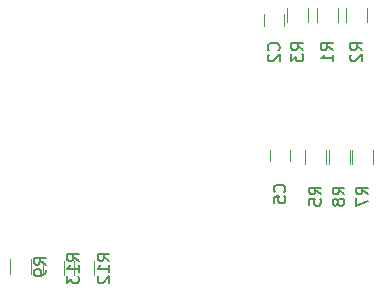
<source format=gbr>
G04 #@! TF.FileFunction,Legend,Bot*
%FSLAX46Y46*%
G04 Gerber Fmt 4.6, Leading zero omitted, Abs format (unit mm)*
G04 Created by KiCad (PCBNEW 4.0.7) date 11/28/17 11:27:44*
%MOMM*%
%LPD*%
G01*
G04 APERTURE LIST*
%ADD10C,0.100000*%
%ADD11C,0.120000*%
%ADD12C,0.150000*%
G04 APERTURE END LIST*
D10*
D11*
X124650000Y-74250000D02*
X124650000Y-73250000D01*
X126350000Y-73250000D02*
X126350000Y-74250000D01*
X125150000Y-85750000D02*
X125150000Y-84750000D01*
X126850000Y-84750000D02*
X126850000Y-85750000D01*
X129120000Y-72750000D02*
X129120000Y-73950000D01*
X130880000Y-73950000D02*
X130880000Y-72750000D01*
X133380000Y-73950000D02*
X133380000Y-72750000D01*
X131620000Y-72750000D02*
X131620000Y-73950000D01*
X128380000Y-73950000D02*
X128380000Y-72750000D01*
X126620000Y-72750000D02*
X126620000Y-73950000D01*
X129880000Y-85950000D02*
X129880000Y-84750000D01*
X128120000Y-84750000D02*
X128120000Y-85950000D01*
X133880000Y-85950000D02*
X133880000Y-84750000D01*
X132120000Y-84750000D02*
X132120000Y-85950000D01*
X130120000Y-84750000D02*
X130120000Y-85950000D01*
X131880000Y-85950000D02*
X131880000Y-84750000D01*
X103120000Y-94050000D02*
X103120000Y-95250000D01*
X104880000Y-95250000D02*
X104880000Y-94050000D01*
X108520000Y-94200000D02*
X108520000Y-95400000D01*
X110280000Y-95400000D02*
X110280000Y-94200000D01*
X105920000Y-94200000D02*
X105920000Y-95400000D01*
X107680000Y-95400000D02*
X107680000Y-94200000D01*
D12*
X125857143Y-76333334D02*
X125904762Y-76285715D01*
X125952381Y-76142858D01*
X125952381Y-76047620D01*
X125904762Y-75904762D01*
X125809524Y-75809524D01*
X125714286Y-75761905D01*
X125523810Y-75714286D01*
X125380952Y-75714286D01*
X125190476Y-75761905D01*
X125095238Y-75809524D01*
X125000000Y-75904762D01*
X124952381Y-76047620D01*
X124952381Y-76142858D01*
X125000000Y-76285715D01*
X125047619Y-76333334D01*
X125047619Y-76714286D02*
X125000000Y-76761905D01*
X124952381Y-76857143D01*
X124952381Y-77095239D01*
X125000000Y-77190477D01*
X125047619Y-77238096D01*
X125142857Y-77285715D01*
X125238095Y-77285715D01*
X125380952Y-77238096D01*
X125952381Y-76666667D01*
X125952381Y-77285715D01*
X126357143Y-88333334D02*
X126404762Y-88285715D01*
X126452381Y-88142858D01*
X126452381Y-88047620D01*
X126404762Y-87904762D01*
X126309524Y-87809524D01*
X126214286Y-87761905D01*
X126023810Y-87714286D01*
X125880952Y-87714286D01*
X125690476Y-87761905D01*
X125595238Y-87809524D01*
X125500000Y-87904762D01*
X125452381Y-88047620D01*
X125452381Y-88142858D01*
X125500000Y-88285715D01*
X125547619Y-88333334D01*
X125452381Y-89238096D02*
X125452381Y-88761905D01*
X125928571Y-88714286D01*
X125880952Y-88761905D01*
X125833333Y-88857143D01*
X125833333Y-89095239D01*
X125880952Y-89190477D01*
X125928571Y-89238096D01*
X126023810Y-89285715D01*
X126261905Y-89285715D01*
X126357143Y-89238096D01*
X126404762Y-89190477D01*
X126452381Y-89095239D01*
X126452381Y-88857143D01*
X126404762Y-88761905D01*
X126357143Y-88714286D01*
X130452381Y-76333334D02*
X129976190Y-76000000D01*
X130452381Y-75761905D02*
X129452381Y-75761905D01*
X129452381Y-76142858D01*
X129500000Y-76238096D01*
X129547619Y-76285715D01*
X129642857Y-76333334D01*
X129785714Y-76333334D01*
X129880952Y-76285715D01*
X129928571Y-76238096D01*
X129976190Y-76142858D01*
X129976190Y-75761905D01*
X130452381Y-77285715D02*
X130452381Y-76714286D01*
X130452381Y-77000000D02*
X129452381Y-77000000D01*
X129595238Y-76904762D01*
X129690476Y-76809524D01*
X129738095Y-76714286D01*
X132952381Y-76333334D02*
X132476190Y-76000000D01*
X132952381Y-75761905D02*
X131952381Y-75761905D01*
X131952381Y-76142858D01*
X132000000Y-76238096D01*
X132047619Y-76285715D01*
X132142857Y-76333334D01*
X132285714Y-76333334D01*
X132380952Y-76285715D01*
X132428571Y-76238096D01*
X132476190Y-76142858D01*
X132476190Y-75761905D01*
X132047619Y-76714286D02*
X132000000Y-76761905D01*
X131952381Y-76857143D01*
X131952381Y-77095239D01*
X132000000Y-77190477D01*
X132047619Y-77238096D01*
X132142857Y-77285715D01*
X132238095Y-77285715D01*
X132380952Y-77238096D01*
X132952381Y-76666667D01*
X132952381Y-77285715D01*
X127952381Y-76333334D02*
X127476190Y-76000000D01*
X127952381Y-75761905D02*
X126952381Y-75761905D01*
X126952381Y-76142858D01*
X127000000Y-76238096D01*
X127047619Y-76285715D01*
X127142857Y-76333334D01*
X127285714Y-76333334D01*
X127380952Y-76285715D01*
X127428571Y-76238096D01*
X127476190Y-76142858D01*
X127476190Y-75761905D01*
X126952381Y-76666667D02*
X126952381Y-77285715D01*
X127333333Y-76952381D01*
X127333333Y-77095239D01*
X127380952Y-77190477D01*
X127428571Y-77238096D01*
X127523810Y-77285715D01*
X127761905Y-77285715D01*
X127857143Y-77238096D01*
X127904762Y-77190477D01*
X127952381Y-77095239D01*
X127952381Y-76809524D01*
X127904762Y-76714286D01*
X127857143Y-76666667D01*
X129452381Y-88533334D02*
X128976190Y-88200000D01*
X129452381Y-87961905D02*
X128452381Y-87961905D01*
X128452381Y-88342858D01*
X128500000Y-88438096D01*
X128547619Y-88485715D01*
X128642857Y-88533334D01*
X128785714Y-88533334D01*
X128880952Y-88485715D01*
X128928571Y-88438096D01*
X128976190Y-88342858D01*
X128976190Y-87961905D01*
X128452381Y-89438096D02*
X128452381Y-88961905D01*
X128928571Y-88914286D01*
X128880952Y-88961905D01*
X128833333Y-89057143D01*
X128833333Y-89295239D01*
X128880952Y-89390477D01*
X128928571Y-89438096D01*
X129023810Y-89485715D01*
X129261905Y-89485715D01*
X129357143Y-89438096D01*
X129404762Y-89390477D01*
X129452381Y-89295239D01*
X129452381Y-89057143D01*
X129404762Y-88961905D01*
X129357143Y-88914286D01*
X133452381Y-88533334D02*
X132976190Y-88200000D01*
X133452381Y-87961905D02*
X132452381Y-87961905D01*
X132452381Y-88342858D01*
X132500000Y-88438096D01*
X132547619Y-88485715D01*
X132642857Y-88533334D01*
X132785714Y-88533334D01*
X132880952Y-88485715D01*
X132928571Y-88438096D01*
X132976190Y-88342858D01*
X132976190Y-87961905D01*
X132452381Y-88866667D02*
X132452381Y-89533334D01*
X133452381Y-89104762D01*
X131452381Y-88533334D02*
X130976190Y-88200000D01*
X131452381Y-87961905D02*
X130452381Y-87961905D01*
X130452381Y-88342858D01*
X130500000Y-88438096D01*
X130547619Y-88485715D01*
X130642857Y-88533334D01*
X130785714Y-88533334D01*
X130880952Y-88485715D01*
X130928571Y-88438096D01*
X130976190Y-88342858D01*
X130976190Y-87961905D01*
X130880952Y-89104762D02*
X130833333Y-89009524D01*
X130785714Y-88961905D01*
X130690476Y-88914286D01*
X130642857Y-88914286D01*
X130547619Y-88961905D01*
X130500000Y-89009524D01*
X130452381Y-89104762D01*
X130452381Y-89295239D01*
X130500000Y-89390477D01*
X130547619Y-89438096D01*
X130642857Y-89485715D01*
X130690476Y-89485715D01*
X130785714Y-89438096D01*
X130833333Y-89390477D01*
X130880952Y-89295239D01*
X130880952Y-89104762D01*
X130928571Y-89009524D01*
X130976190Y-88961905D01*
X131071429Y-88914286D01*
X131261905Y-88914286D01*
X131357143Y-88961905D01*
X131404762Y-89009524D01*
X131452381Y-89104762D01*
X131452381Y-89295239D01*
X131404762Y-89390477D01*
X131357143Y-89438096D01*
X131261905Y-89485715D01*
X131071429Y-89485715D01*
X130976190Y-89438096D01*
X130928571Y-89390477D01*
X130880952Y-89295239D01*
X106152381Y-94483334D02*
X105676190Y-94150000D01*
X106152381Y-93911905D02*
X105152381Y-93911905D01*
X105152381Y-94292858D01*
X105200000Y-94388096D01*
X105247619Y-94435715D01*
X105342857Y-94483334D01*
X105485714Y-94483334D01*
X105580952Y-94435715D01*
X105628571Y-94388096D01*
X105676190Y-94292858D01*
X105676190Y-93911905D01*
X106152381Y-94959524D02*
X106152381Y-95150000D01*
X106104762Y-95245239D01*
X106057143Y-95292858D01*
X105914286Y-95388096D01*
X105723810Y-95435715D01*
X105342857Y-95435715D01*
X105247619Y-95388096D01*
X105200000Y-95340477D01*
X105152381Y-95245239D01*
X105152381Y-95054762D01*
X105200000Y-94959524D01*
X105247619Y-94911905D01*
X105342857Y-94864286D01*
X105580952Y-94864286D01*
X105676190Y-94911905D01*
X105723810Y-94959524D01*
X105771429Y-95054762D01*
X105771429Y-95245239D01*
X105723810Y-95340477D01*
X105676190Y-95388096D01*
X105580952Y-95435715D01*
X111552381Y-94157143D02*
X111076190Y-93823809D01*
X111552381Y-93585714D02*
X110552381Y-93585714D01*
X110552381Y-93966667D01*
X110600000Y-94061905D01*
X110647619Y-94109524D01*
X110742857Y-94157143D01*
X110885714Y-94157143D01*
X110980952Y-94109524D01*
X111028571Y-94061905D01*
X111076190Y-93966667D01*
X111076190Y-93585714D01*
X111552381Y-95109524D02*
X111552381Y-94538095D01*
X111552381Y-94823809D02*
X110552381Y-94823809D01*
X110695238Y-94728571D01*
X110790476Y-94633333D01*
X110838095Y-94538095D01*
X110647619Y-95490476D02*
X110600000Y-95538095D01*
X110552381Y-95633333D01*
X110552381Y-95871429D01*
X110600000Y-95966667D01*
X110647619Y-96014286D01*
X110742857Y-96061905D01*
X110838095Y-96061905D01*
X110980952Y-96014286D01*
X111552381Y-95442857D01*
X111552381Y-96061905D01*
X108952381Y-94157143D02*
X108476190Y-93823809D01*
X108952381Y-93585714D02*
X107952381Y-93585714D01*
X107952381Y-93966667D01*
X108000000Y-94061905D01*
X108047619Y-94109524D01*
X108142857Y-94157143D01*
X108285714Y-94157143D01*
X108380952Y-94109524D01*
X108428571Y-94061905D01*
X108476190Y-93966667D01*
X108476190Y-93585714D01*
X108952381Y-95109524D02*
X108952381Y-94538095D01*
X108952381Y-94823809D02*
X107952381Y-94823809D01*
X108095238Y-94728571D01*
X108190476Y-94633333D01*
X108238095Y-94538095D01*
X107952381Y-95442857D02*
X107952381Y-96061905D01*
X108333333Y-95728571D01*
X108333333Y-95871429D01*
X108380952Y-95966667D01*
X108428571Y-96014286D01*
X108523810Y-96061905D01*
X108761905Y-96061905D01*
X108857143Y-96014286D01*
X108904762Y-95966667D01*
X108952381Y-95871429D01*
X108952381Y-95585714D01*
X108904762Y-95490476D01*
X108857143Y-95442857D01*
M02*

</source>
